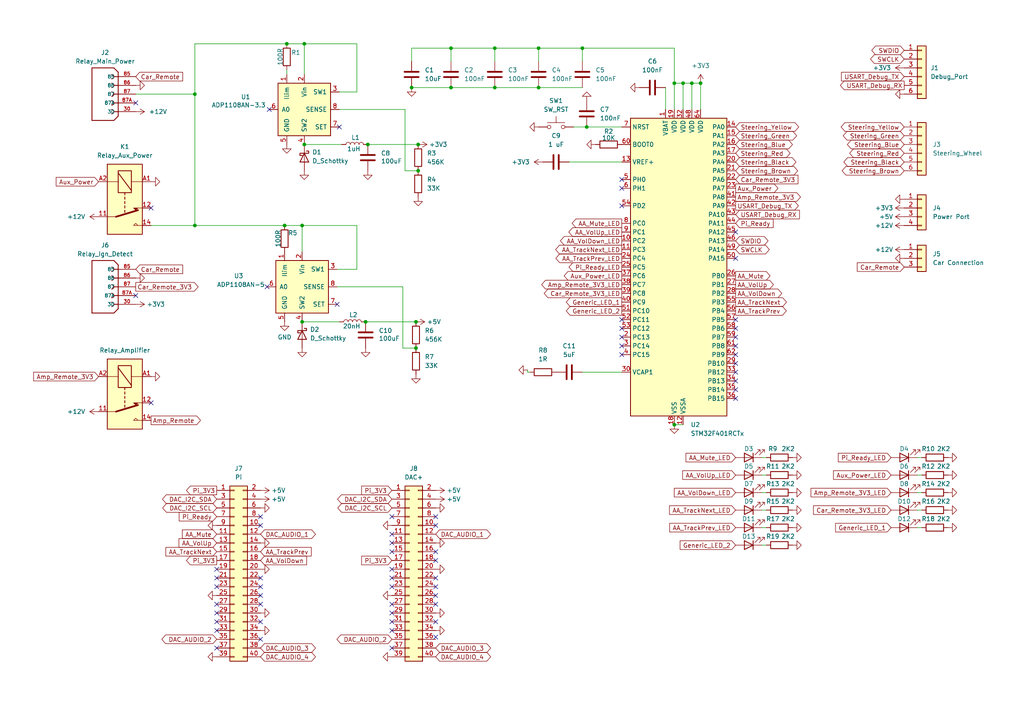
<source format=kicad_sch>
(kicad_sch (version 20230121) (generator eeschema)
  (paper "A4")
  (junction (at 198.12 24.13))
  (junction (at 121.285 41.91))
  (junction (at 203.2 24.13))
  (junction (at 83.185 12.7))
  (junction (at 200.66 24.13))
  (junction (at 87.63 65.405))
  (junction (at 88.265 12.7))
  (junction (at 120.65 100.965))
  (junction (at 119.38 25.4))
  (junction (at 195.58 24.13))
  (junction (at 106.045 93.345))
  (junction (at 156.21 13.97))
  (junction (at 106.68 41.91))
  (junction (at 56.515 65.405))
  (junction (at 156.21 25.4))
  (junction (at 168.91 13.97))
  (junction (at 195.58 123.19))
  (junction (at 170.18 36.83))
  (junction (at 143.51 13.97))
  (junction (at 130.81 25.4))
  (junction (at 130.81 13.97))
  (junction (at 120.65 93.345))
  (junction (at 121.285 49.53))
  (junction (at 88.265 41.91))
  (junction (at 87.63 93.345))
  (junction (at 82.55 65.405))
  (junction (at 56.515 27.305))
  (junction (at 143.51 25.4))
  (no_connect (at 180.34 102.87))
  (no_connect (at 113.665 187.96))
  (no_connect (at 126.365 170.18))
  (no_connect (at 113.665 167.64))
  (no_connect (at 180.34 59.69))
  (no_connect (at 126.365 184.785))
  (no_connect (at 213.36 95.25))
  (no_connect (at 113.665 182.88))
  (no_connect (at 213.36 67.31))
  (no_connect (at 75.565 185.42))
  (no_connect (at 39.37 85.725))
  (no_connect (at 62.865 175.26))
  (no_connect (at 180.34 92.71))
  (no_connect (at 213.36 74.93))
  (no_connect (at 113.665 175.26))
  (no_connect (at 75.565 167.64))
  (no_connect (at 126.365 167.64))
  (no_connect (at 75.565 172.72))
  (no_connect (at 213.36 110.49))
  (no_connect (at 62.865 167.64))
  (no_connect (at 39.37 29.845))
  (no_connect (at 180.34 100.33))
  (no_connect (at 180.34 97.79))
  (no_connect (at 77.47 83.185))
  (no_connect (at 43.815 60.325))
  (no_connect (at 126.365 175.26))
  (no_connect (at 113.665 177.8))
  (no_connect (at 213.36 97.79))
  (no_connect (at 126.365 160.02))
  (no_connect (at 213.36 107.95))
  (no_connect (at 62.865 187.96))
  (no_connect (at 126.365 162.56))
  (no_connect (at 180.34 52.07))
  (no_connect (at 113.665 157.48))
  (no_connect (at 78.105 31.75))
  (no_connect (at 113.665 160.02))
  (no_connect (at 62.865 170.18))
  (no_connect (at 126.365 172.72))
  (no_connect (at 98.425 36.83))
  (no_connect (at 75.565 152.4))
  (no_connect (at 213.36 113.03))
  (no_connect (at 180.34 54.61))
  (no_connect (at 43.815 116.84))
  (no_connect (at 62.865 177.8))
  (no_connect (at 213.36 100.33))
  (no_connect (at 62.865 182.88))
  (no_connect (at 75.565 149.86))
  (no_connect (at 62.865 180.34))
  (no_connect (at 213.36 102.87))
  (no_connect (at 113.665 154.94))
  (no_connect (at 75.565 170.18))
  (no_connect (at 75.565 175.26))
  (no_connect (at 113.665 180.34))
  (no_connect (at 75.565 180.34))
  (no_connect (at 113.665 165.1))
  (no_connect (at 180.34 95.25))
  (no_connect (at 126.365 180.34))
  (no_connect (at 126.365 149.86))
  (no_connect (at 213.36 105.41))
  (no_connect (at 113.665 149.86))
  (no_connect (at 97.79 88.265))
  (no_connect (at 62.865 165.1))
  (no_connect (at 126.365 152.4))
  (no_connect (at 213.36 92.71))
  (no_connect (at 113.665 170.18))
  (no_connect (at 213.36 115.57))
  (wire (pts (xy 195.58 24.13) (xy 195.58 13.97)))
  (wire (pts (xy 195.58 31.75) (xy 195.58 24.13)))
  (wire (pts (xy 103.505 65.405) (xy 87.63 65.405)))
  (wire (pts (xy 56.515 65.405) (xy 82.55 65.405)))
  (wire (pts (xy 130.81 13.97) (xy 143.51 13.97)))
  (wire (pts (xy 143.51 25.4) (xy 156.21 25.4)))
  (wire (pts (xy 200.66 24.13) (xy 203.2 24.13)))
  (wire (pts (xy 193.04 25.4) (xy 193.04 31.75)))
  (wire (pts (xy 87.63 73.025) (xy 87.63 65.405)))
  (wire (pts (xy 222.25 147.955) (xy 220.98 147.955)))
  (wire (pts (xy 83.185 21.59) (xy 83.185 20.32)))
  (wire (pts (xy 88.265 41.91) (xy 99.06 41.91)))
  (wire (pts (xy 220.98 158.115) (xy 222.25 158.115)))
  (wire (pts (xy 120.65 100.965) (xy 116.84 100.965)))
  (wire (pts (xy 56.515 27.305) (xy 56.515 65.405)))
  (wire (pts (xy 222.25 132.715) (xy 220.98 132.715)))
  (wire (pts (xy 200.66 24.13) (xy 200.66 31.75)))
  (wire (pts (xy 168.91 13.97) (xy 195.58 13.97)))
  (wire (pts (xy 266.065 153.035) (xy 267.335 153.035)))
  (wire (pts (xy 87.63 65.405) (xy 82.55 65.405)))
  (wire (pts (xy 130.81 25.4) (xy 143.51 25.4)))
  (wire (pts (xy 267.335 132.715) (xy 266.065 132.715)))
  (wire (pts (xy 170.18 36.83) (xy 180.34 36.83)))
  (wire (pts (xy 56.515 12.7) (xy 56.515 27.305)))
  (wire (pts (xy 56.515 12.7) (xy 83.185 12.7)))
  (wire (pts (xy 168.91 107.95) (xy 180.34 107.95)))
  (wire (pts (xy 222.25 153.035) (xy 220.98 153.035)))
  (wire (pts (xy 117.475 31.75) (xy 98.425 31.75)))
  (wire (pts (xy 165.1 46.99) (xy 180.34 46.99)))
  (wire (pts (xy 56.515 65.405) (xy 43.815 65.405)))
  (wire (pts (xy 119.38 13.97) (xy 119.38 17.78)))
  (wire (pts (xy 116.84 83.185) (xy 116.84 100.965)))
  (wire (pts (xy 195.58 24.13) (xy 198.12 24.13)))
  (wire (pts (xy 266.065 147.955) (xy 267.335 147.955)))
  (wire (pts (xy 156.21 13.97) (xy 168.91 13.97)))
  (wire (pts (xy 222.25 142.875) (xy 220.98 142.875)))
  (wire (pts (xy 98.425 26.67) (xy 103.505 26.67)))
  (wire (pts (xy 106.045 93.345) (xy 120.65 93.345)))
  (wire (pts (xy 156.21 25.4) (xy 168.91 25.4)))
  (wire (pts (xy 222.25 137.795) (xy 220.98 137.795)))
  (wire (pts (xy 130.81 13.97) (xy 130.81 17.78)))
  (wire (pts (xy 103.505 26.67) (xy 103.505 12.7)))
  (wire (pts (xy 198.12 24.13) (xy 198.12 31.75)))
  (wire (pts (xy 119.38 25.4) (xy 130.81 25.4)))
  (wire (pts (xy 143.51 13.97) (xy 143.51 17.78)))
  (wire (pts (xy 153.035 107.95) (xy 153.67 107.95)))
  (wire (pts (xy 267.335 137.795) (xy 266.065 137.795)))
  (wire (pts (xy 97.79 78.105) (xy 103.505 78.105)))
  (wire (pts (xy 156.21 13.97) (xy 156.21 17.78)))
  (wire (pts (xy 83.185 12.7) (xy 88.265 12.7)))
  (wire (pts (xy 168.91 13.97) (xy 168.91 17.78)))
  (wire (pts (xy 143.51 13.97) (xy 156.21 13.97)))
  (wire (pts (xy 195.58 123.19) (xy 198.12 123.19)))
  (wire (pts (xy 39.37 27.305) (xy 56.515 27.305)))
  (wire (pts (xy 153.035 107.315) (xy 153.035 107.95)))
  (wire (pts (xy 87.63 93.345) (xy 98.425 93.345)))
  (wire (pts (xy 117.475 31.75) (xy 117.475 49.53)))
  (wire (pts (xy 103.505 12.7) (xy 88.265 12.7)))
  (wire (pts (xy 166.37 36.83) (xy 170.18 36.83)))
  (wire (pts (xy 103.505 78.105) (xy 103.505 65.405)))
  (wire (pts (xy 121.285 49.53) (xy 117.475 49.53)))
  (wire (pts (xy 203.2 24.13) (xy 203.2 31.75)))
  (wire (pts (xy 88.265 12.7) (xy 88.265 21.59)))
  (wire (pts (xy 106.68 41.91) (xy 121.285 41.91)))
  (wire (pts (xy 267.335 142.875) (xy 266.065 142.875)))
  (wire (pts (xy 119.38 13.97) (xy 130.81 13.97)))
  (wire (pts (xy 200.66 24.13) (xy 198.12 24.13)))
  (wire (pts (xy 116.84 83.185) (xy 97.79 83.185)))
  (global_label "Pi_3V3" (shape input) (at 113.665 162.56 180) (property "Intersheetrefs" "${INTERSHEET_REFS}" (effects hide)))
  (global_label "AA_VolUp_LED" (shape input) (at 213.36 137.795 180) (property "Intersheetrefs" "${INTERSHEET_REFS}" (effects hide)))
  (global_label "AA_TrackPrev_LED" (shape output) (at 180.34 74.93 180) (property "Intersheetrefs" "${INTERSHEET_REFS}" (effects hide)))
  (global_label "Pi_Ready" (shape input) (at 62.865 149.86 180) (property "Intersheetrefs" "${INTERSHEET_REFS}" (effects hide)))
  (global_label "DAC_I2C_SDA" (shape bidirectional) (at 113.665 144.78 180) (property "Intersheetrefs" "${INTERSHEET_REFS}" (effects hide)))
  (global_label "Amp_Remote_3V3" (shape output) (at 213.36 57.15 0) (property "Intersheetrefs" "${INTERSHEET_REFS}" (effects hide)))
  (global_label "DAC_AUDIO_3" (shape bidirectional) (at 126.365 187.96 0) (property "Intersheetrefs" "${INTERSHEET_REFS}" (effects hide)))
  (global_label "USART_Debug_RX" (shape input) (at 213.36 62.23 0) (property "Intersheetrefs" "${INTERSHEET_REFS}" (effects hide)))
  (global_label "AA_VolDown_LED" (shape input) (at 213.36 142.875 180) (property "Intersheetrefs" "${INTERSHEET_REFS}" (effects hide)))
  (global_label "Pi_3V3" (shape input) (at 113.665 142.24 180) (property "Intersheetrefs" "${INTERSHEET_REFS}" (effects hide)))
  (global_label "Aux_Power" (shape output) (at 213.36 54.61 0) (property "Intersheetrefs" "${INTERSHEET_REFS}" (effects hide)))
  (global_label "Steering_Brown" (shape bidirectional) (at 213.36 49.53 0) (property "Intersheetrefs" "${INTERSHEET_REFS}" (effects hide)))
  (global_label "DAC_I2C_SCL" (shape bidirectional) (at 62.865 147.32 180) (property "Intersheetrefs" "${INTERSHEET_REFS}" (effects hide)))
  (global_label "Amp_Remote" (shape output) (at 43.815 121.92 0) (property "Intersheetrefs" "${INTERSHEET_REFS}" (effects hide)))
  (global_label "Pi_Ready" (shape input) (at 213.36 64.77 0) (property "Intersheetrefs" "${INTERSHEET_REFS}" (effects hide)))
  (global_label "Steering_Blue" (shape bidirectional) (at 213.36 41.91 0) (property "Intersheetrefs" "${INTERSHEET_REFS}" (effects hide)))
  (global_label "AA_Mute_LED" (shape output) (at 180.34 64.77 180) (property "Intersheetrefs" "${INTERSHEET_REFS}" (effects hide)))
  (global_label "DAC_AUDIO_2" (shape bidirectional) (at 62.865 185.42 180) (property "Intersheetrefs" "${INTERSHEET_REFS}" (effects hide)))
  (global_label "Pi_3V3" (shape output) (at 62.865 142.24 180) (property "Intersheetrefs" "${INTERSHEET_REFS}" (effects hide)))
  (global_label "AA_TrackPrev_LED" (shape input) (at 213.36 153.035 180) (property "Intersheetrefs" "${INTERSHEET_REFS}" (effects hide)))
  (global_label "Steering_Brown" (shape bidirectional) (at 262.255 49.53 180) (property "Intersheetrefs" "${INTERSHEET_REFS}" (effects hide)))
  (global_label "Car_Remote" (shape input) (at 39.37 22.225 0) (property "Intersheetrefs" "${INTERSHEET_REFS}" (effects hide)))
  (global_label "DAC_I2C_SCL" (shape bidirectional) (at 113.665 147.32 180) (property "Intersheetrefs" "${INTERSHEET_REFS}" (effects hide)))
  (global_label "AA_TrackPrev" (shape output) (at 213.36 90.17 0) (property "Intersheetrefs" "${INTERSHEET_REFS}" (effects hide)))
  (global_label "Steering_Red" (shape bidirectional) (at 262.255 44.45 180) (property "Intersheetrefs" "${INTERSHEET_REFS}" (effects hide)))
  (global_label "SWCLK" (shape bidirectional) (at 262.255 17.145 180) (property "Intersheetrefs" "${INTERSHEET_REFS}" (effects hide)))
  (global_label "Generic_LED_1" (shape output) (at 180.34 87.63 180) (property "Intersheetrefs" "${INTERSHEET_REFS}" (effects hide)))
  (global_label "Amp_Remote_3V3" (shape input) (at 28.575 109.22 180) (property "Intersheetrefs" "${INTERSHEET_REFS}" (effects hide)))
  (global_label "AA_VolDown" (shape output) (at 213.36 85.09 0) (property "Intersheetrefs" "${INTERSHEET_REFS}" (effects hide)))
  (global_label "DAC_AUDIO_3" (shape bidirectional) (at 75.565 187.96 0) (property "Intersheetrefs" "${INTERSHEET_REFS}" (effects hide)))
  (global_label "AA_Mute" (shape input) (at 62.865 154.94 180) (property "Intersheetrefs" "${INTERSHEET_REFS}" (effects hide)))
  (global_label "AA_VolUp_LED" (shape output) (at 180.34 67.31 180) (property "Intersheetrefs" "${INTERSHEET_REFS}" (effects hide)))
  (global_label "DAC_AUDIO_2" (shape bidirectional) (at 113.665 185.42 180) (property "Intersheetrefs" "${INTERSHEET_REFS}" (effects hide)))
  (global_label "Aux_Power_LED" (shape input) (at 258.445 137.795 180) (property "Intersheetrefs" "${INTERSHEET_REFS}" (effects hide)))
  (global_label "USART_Debug_TX" (shape output) (at 213.36 59.69 0) (property "Intersheetrefs" "${INTERSHEET_REFS}" (effects hide)))
  (global_label "Car_Remote" (shape input) (at 39.37 78.105 0) (property "Intersheetrefs" "${INTERSHEET_REFS}" (effects hide)))
  (global_label "SWDIO" (shape bidirectional) (at 213.36 69.85 0) (property "Intersheetrefs" "${INTERSHEET_REFS}" (effects hide)))
  (global_label "Steering_Green" (shape bidirectional) (at 213.36 39.37 0) (property "Intersheetrefs" "${INTERSHEET_REFS}" (effects hide)))
  (global_label "DAC_AUDIO_4" (shape bidirectional) (at 75.565 190.5 0) (property "Intersheetrefs" "${INTERSHEET_REFS}" (effects hide)))
  (global_label "DAC_I2C_SDA" (shape bidirectional) (at 62.865 144.78 180) (property "Intersheetrefs" "${INTERSHEET_REFS}" (effects hide)))
  (global_label "AA_Mute" (shape output) (at 213.36 80.01 0) (property "Intersheetrefs" "${INTERSHEET_REFS}" (effects hide)))
  (global_label "AA_VolUp" (shape input) (at 62.865 157.48 180) (property "Intersheetrefs" "${INTERSHEET_REFS}" (effects hide)))
  (global_label "Pi_Ready_LED" (shape input) (at 258.445 132.715 180) (property "Intersheetrefs" "${INTERSHEET_REFS}" (effects hide)))
  (global_label "SWDIO" (shape bidirectional) (at 262.255 14.605 180) (property "Intersheetrefs" "${INTERSHEET_REFS}" (effects hide)))
  (global_label "USART_Debug_TX" (shape input) (at 262.255 22.225 180) (property "Intersheetrefs" "${INTERSHEET_REFS}" (effects hide)))
  (global_label "Steering_Green" (shape bidirectional) (at 262.255 39.37 180) (property "Intersheetrefs" "${INTERSHEET_REFS}" (effects hide)))
  (global_label "Steering_Yellow" (shape bidirectional) (at 262.255 36.83 180) (property "Intersheetrefs" "${INTERSHEET_REFS}" (effects hide)))
  (global_label "Car_Remote" (shape input) (at 262.255 77.47 180) (property "Intersheetrefs" "${INTERSHEET_REFS}" (effects hide)))
  (global_label "AA_TrackNext_LED" (shape input) (at 213.36 147.955 180) (property "Intersheetrefs" "${INTERSHEET_REFS}" (effects hide)))
  (global_label "AA_TrackNext" (shape input) (at 62.865 160.02 180) (property "Intersheetrefs" "${INTERSHEET_REFS}" (effects hide)))
  (global_label "Car_Remote_3V3" (shape output) (at 39.37 83.185 0) (property "Intersheetrefs" "${INTERSHEET_REFS}" (effects hide)))
  (global_label "AA_VolUp" (shape output) (at 213.36 82.55 0) (property "Intersheetrefs" "${INTERSHEET_REFS}" (effects hide)))
  (global_label "Amp_Remote_3V3_LED" (shape output) (at 180.34 82.55 180) (property "Intersheetrefs" "${INTERSHEET_REFS}" (effects hide)))
  (global_label "AA_VolDown" (shape input) (at 75.565 162.56 0) (property "Intersheetrefs" "${INTERSHEET_REFS}" (effects hide)))
  (global_label "Car_Remote_3V3_LED" (shape input) (at 258.445 147.955 180) (property "Intersheetrefs" "${INTERSHEET_REFS}" (effects hide)))
  (global_label "Pi_Ready_LED" (shape output) (at 180.34 77.47 180) (property "Intersheetrefs" "${INTERSHEET_REFS}" (effects hide)))
  (global_label "DAC_AUDIO_1" (shape bidirectional) (at 126.365 154.94 0) (property "Intersheetrefs" "${INTERSHEET_REFS}" (effects hide)))
  (global_label "Steering_Black" (shape bidirectional) (at 213.36 46.99 0) (property "Intersheetrefs" "${INTERSHEET_REFS}" (effects hide)))
  (global_label "Generic_LED_2" (shape input) (at 213.36 158.115 180) (property "Intersheetrefs" "${INTERSHEET_REFS}" (effects hide)))
  (global_label "AA_VolDown_LED" (shape output) (at 180.34 69.85 180) (property "Intersheetrefs" "${INTERSHEET_REFS}" (effects hide)))
  (global_label "Steering_Yellow" (shape bidirectional) (at 213.36 36.83 0) (property "Intersheetrefs" "${INTERSHEET_REFS}" (effects hide)))
  (global_label "AA_TrackPrev" (shape input) (at 75.565 160.02 0) (property "Intersheetrefs" "${INTERSHEET_REFS}" (effects hide)))
  (global_label "Steering_Blue" (shape bidirectional) (at 262.255 41.91 180) (property "Intersheetrefs" "${INTERSHEET_REFS}" (effects hide)))
  (global_label "SWCLK" (shape bidirectional) (at 213.36 72.39 0) (property "Intersheetrefs" "${INTERSHEET_REFS}" (effects hide)))
  (global_label "Generic_LED_1" (shape input) (at 258.445 153.035 180) (property "Intersheetrefs" "${INTERSHEET_REFS}" (effects hide)))
  (global_label "AA_Mute_LED" (shape input) (at 213.36 132.715 180) (property "Intersheetrefs" "${INTERSHEET_REFS}" (effects hide)))
  (global_label "Aux_Power_LED" (shape output) (at 180.34 80.01 180) (property "Intersheetrefs" "${INTERSHEET_REFS}" (effects hide)))
  (global_label "Steering_Black" (shape bidirectional) (at 262.255 46.99 180) (property "Intersheetrefs" "${INTERSHEET_REFS}" (effects hide)))
  (global_label "Generic_LED_2" (shape output) (at 180.34 90.17 180) (property "Intersheetrefs" "${INTERSHEET_REFS}" (effects hide)))
  (global_label "Car_Remote_3V3" (shape input) (at 213.36 52.07 0) (property "Intersheetrefs" "${INTERSHEET_REFS}" (effects hide)))
  (global_label "Aux_Power" (shape input) (at 28.575 52.705 180) (property "Intersheetrefs" "${INTERSHEET_REFS}" (effects hide)))
  (global_label "DAC_AUDIO_1" (shape bidirectional) (at 75.565 154.94 0) (property "Intersheetrefs" "${INTERSHEET_REFS}" (effects hide)))
  (global_label "Amp_Remote_3V3_LED" (shape input) (at 258.445 142.875 180) (property "Intersheetrefs" "${INTERSHEET_REFS}" (effects hide)))
  (global_label "DAC_AUDIO_4" (shape bidirectional) (at 126.365 190.5 0) (property "Intersheetrefs" "${INTERSHEET_REFS}" (effects hide)))
  (global_label "Steering_Red" (shape bidirectional) (at 213.36 44.45 0) (property "Intersheetrefs" "${INTERSHEET_REFS}" (effects hide)))
  (global_label "Pi_3V3" (shape output) (at 62.865 162.56 180) (property "Intersheetrefs" "${INTERSHEET_REFS}" (effects hide)))
  (global_label "USART_Debug_RX" (shape output) (at 262.255 24.765 180) (property "Intersheetrefs" "${INTERSHEET_REFS}" (effects hide)))
  (global_label "AA_TrackNext" (shape output) (at 213.36 87.63 0) (property "Intersheetrefs" "${INTERSHEET_REFS}" (effects hide)))
  (global_label "Car_Remote_3V3_LED" (shape output) (at 180.34 85.09 180) (property "Intersheetrefs" "${INTERSHEET_REFS}" (effects hide)))
  (global_label "AA_TrackNext_LED" (shape output) (at 180.34 72.39 180) (property "Intersheetrefs" "${INTERSHEET_REFS}" (effects hide)))
  (symbol (lib_id "power:GND") (at 229.87 147.955 90) (unit 1)
    (property "Reference" "#PWR048" (effects hide))
    (property "Value" "GND" (effects hide))
  )
  (symbol (lib_id "power:+5V") (at 262.255 62.865 90) (unit 1)
    (property "Reference" "#PWR021" (effects hide))
    (property "Value" "+5V" (at 259.08 62.865 90) (effects (justify left)))
  )
  (symbol (lib_id "Device:LED") (at 217.17 137.795 180) (unit 1)
    (property "Reference" "D5" (at 217.17 135.255 0))
    (property "Value" "LED" (effects hide))
    (property "Footprint" "LED_SMD:LED_0603_1608Metric" (effects hide))
  )
  (symbol (lib_id "Device:C") (at 189.23 25.4 90) (unit 1)
    (property "Reference" "C6" (at 189.23 17.78 90))
    (property "Value" "100nF" (at 189.23 20.32 90))
    (property "Footprint" "Capacitor_SMD:C_0402_1005Metric" (effects hide))
  )
  (symbol (lib_id "power:GND") (at 126.365 177.8 90) (unit 1)
    (property "Reference" "#PWR062" (effects hide))
    (property "Value" "GND" (effects hide))
  )
  (symbol (lib_id "Device:R") (at 157.48 107.95 90) (unit 1)
    (property "Reference" "R8" (at 157.48 101.6 90))
    (property "Value" "1R" (at 157.48 104.14 90))
    (property "Footprint" "Resistor_SMD:R_0402_1005Metric" (effects hide))
  )
  (symbol (lib_id "Device:R") (at 226.06 153.035 90) (unit 1)
    (property "Reference" "R17" (at 224.155 150.495 90))
    (property "Value" "2K2" (at 228.6 150.495 90))
    (property "Footprint" "Resistor_SMD:R_0402_1005Metric" (effects hide))
  )
  (symbol (lib_id "Device:D_Schottky") (at 87.63 97.155 270) (unit 1)
    (property "Reference" "D2" (at 89.916 95.5675 90) (effects (justify left)))
    (property "Value" "D_Schottky" (at 89.916 98.1075 90) (effects (justify left)))
    (property "Footprint" "Diode_SMD:D_0603_1608Metric" (effects hide))
  )
  (symbol (lib_id "Device:C") (at 170.18 33.02 0) (unit 1)
    (property "Reference" "C7" (at 173.99 31.75 0) (effects (justify left)))
    (property "Value" "100nF" (at 173.99 34.29 0) (effects (justify left)))
    (property "Footprint" "Capacitor_SMD:C_0402_1005Metric" (effects hide))
  )
  (symbol (lib_id "power:GND") (at 229.87 153.035 90) (unit 1)
    (property "Reference" "#PWR052" (effects hide))
    (property "Value" "GND" (effects hide))
  )
  (symbol (lib_id "power:GND") (at 274.955 147.955 90) (unit 1)
    (property "Reference" "#PWR049" (effects hide))
    (property "Value" "GND" (effects hide))
  )
  (symbol (lib_id "power:+5V") (at 126.365 144.78 270) (unit 1)
    (property "Reference" "#PWR045" (effects hide))
    (property "Value" "+5V" (at 129.54 144.78 90) (effects (justify left)))
  )
  (symbol (lib_id "power:+5V") (at 126.365 142.24 270) (unit 1)
    (property "Reference" "#PWR041" (effects hide))
    (property "Value" "+5V" (at 129.54 142.24 90) (effects (justify left)))
  )
  (symbol (lib_id "power:GND") (at 274.955 153.035 90) (unit 1)
    (property "Reference" "#PWR053" (effects hide))
    (property "Value" "GND" (effects hide))
  )
  (symbol (lib_id "Device:C") (at 119.38 21.59 0) (unit 1)
    (property "Reference" "C1" (at 123.19 20.32 0) (effects (justify left)))
    (property "Value" "10uF" (at 123.19 22.86 0) (effects (justify left)))
    (property "Footprint" "Capacitor_SMD:C_0603_1608Metric" (effects hide))
  )
  (symbol (lib_id "power:GND") (at 87.63 100.965 0) (unit 1)
    (property "Reference" "#PWR029" (effects hide))
    (property "Value" "GND" (effects hide))
  )
  (symbol (lib_id "power:GND") (at 82.55 93.345 0) (unit 1)
    (property "Reference" "#PWR027" (effects hide))
    (property "Value" "GND" (at 82.55 97.79 0))
  )
  (symbol (lib_id "power:GND") (at 62.865 190.5 270) (unit 1)
    (property "Reference" "#PWR065" (effects hide))
    (property "Value" "GND" (effects hide))
  )
  (symbol (lib_id "power:GND") (at 170.18 29.21 180) (unit 1)
    (property "Reference" "#PWR07" (effects hide))
    (property "Value" "GND" (effects hide))
  )
  (symbol (lib_id "power:GND") (at 106.045 100.965 0) (unit 1)
    (property "Reference" "#PWR030" (effects hide))
    (property "Value" "GND" (effects hide))
  )
  (symbol (lib_id "MCU_ST_STM32F4:STM32F401RCTx") (at 195.58 77.47 0) (unit 1)
    (property "Reference" "U2" (at 200.3141 123.19 0) (effects (justify left)))
    (property "Value" "STM32F401RCTx" (at 200.3141 125.73 0) (effects (justify left)))
    (property "Footprint" "Package_QFP:LQFP-64_10x10mm_P0.5mm" (effects hide))
    (property "Datasheet" "https://www.st.com/resource/en/datasheet/stm32f401rc.pdf" (effects hide))
  )
  (symbol (lib_id "Device:LED") (at 262.255 137.795 180) (unit 1)
    (property "Reference" "D6" (at 262.255 135.255 0))
    (property "Value" "LED" (effects hide))
    (property "Footprint" "LED_SMD:LED_0603_1608Metric" (effects hide))
  )
  (symbol (lib_id "power:GND") (at 262.255 27.305 270) (unit 1)
    (property "Reference" "#PWR06" (effects hide))
    (property "Value" "GND" (effects hide))
  )
  (symbol (lib_id "Device:R") (at 226.06 142.875 90) (unit 1)
    (property "Reference" "R13" (at 224.155 140.335 90))
    (property "Value" "2K2" (at 228.6 140.335 90))
    (property "Footprint" "Resistor_SMD:R_0402_1005Metric" (effects hide))
  )
  (symbol (lib_id "Device:R") (at 83.185 16.51 0) (unit 1)
    (property "Reference" "R1" (at 84.455 15.24 0) (effects (justify left)))
    (property "Value" "100R" (at 81.28 19.05 90) (effects (justify left)))
    (property "Footprint" "Resistor_SMD:R_0402_1005Metric" (effects hide))
  )
  (symbol (lib_id "Device:R") (at 82.55 69.215 0) (unit 1)
    (property "Reference" "R5" (at 83.566 67.564 0) (effects (justify left)))
    (property "Value" "100R" (at 80.645 71.755 90) (effects (justify left)))
    (property "Footprint" "Resistor_SMD:R_0402_1005Metric" (effects hide))
  )
  (symbol (lib_id "Device:R") (at 271.145 142.875 90) (unit 1)
    (property "Reference" "R14" (at 269.24 140.335 90))
    (property "Value" "2K2" (at 273.685 140.335 90))
    (property "Footprint" "Resistor_SMD:R_0402_1005Metric" (effects hide))
  )
  (symbol (lib_id "Device:LED") (at 217.17 147.955 180) (unit 1)
    (property "Reference" "D9" (at 217.17 145.415 0))
    (property "Value" "LED" (effects hide))
    (property "Footprint" "LED_SMD:LED_0603_1608Metric" (effects hide))
  )
  (symbol (lib_id "Device:C") (at 106.68 45.72 0) (unit 1)
    (property "Reference" "C8" (at 110.49 44.45 0) (effects (justify left)))
    (property "Value" "100uF" (at 110.49 46.736 0) (effects (justify left)))
    (property "Footprint" "Capacitor_SMD:C_1206_3216Metric" (effects hide))
  )
  (symbol (lib_id "power:GND") (at 120.65 108.585 0) (unit 1)
    (property "Reference" "#PWR032" (effects hide))
    (property "Value" "GND" (effects hide))
  )
  (symbol (lib_id "power:GND") (at 62.865 172.72 270) (unit 1)
    (property "Reference" "#PWR059" (effects hide))
    (property "Value" "GND" (effects hide))
  )
  (symbol (lib_id "Device:C") (at 130.81 21.59 0) (unit 1)
    (property "Reference" "C2" (at 134.62 20.32 0) (effects (justify left)))
    (property "Value" "100nF" (at 134.62 22.86 0) (effects (justify left)))
    (property "Footprint" "Capacitor_SMD:C_0402_1005Metric" (effects hide))
  )
  (symbol (lib_id "Device:C") (at 143.51 21.59 0) (unit 1)
    (property "Reference" "C3" (at 147.32 20.32 0) (effects (justify left)))
    (property "Value" "100nF" (at 147.32 22.86 0) (effects (justify left)))
    (property "Footprint" "Capacitor_SMD:C_0402_1005Metric" (effects hide))
  )
  (symbol (lib_id "power:GND") (at 113.665 190.5 270) (unit 1)
    (property "Reference" "#PWR066" (effects hide))
    (property "Value" "GND" (effects hide))
  )
  (symbol (lib_id "power:GND") (at 156.21 36.83 270) (unit 1)
    (property "Reference" "#PWR09" (effects hide))
    (property "Value" "GND" (effects hide))
  )
  (symbol (lib_id "Device:C") (at 165.1 107.95 270) (unit 1)
    (property "Reference" "C11" (at 165.1 100.33 90))
    (property "Value" "5uF" (at 165.1 102.87 90))
    (property "Footprint" "Capacitor_SMD:C_0603_1608Metric" (effects hide))
  )
  (symbol (lib_id "Connector_Generic:Conn_01x04") (at 267.335 60.325 0) (unit 1)
    (property "Reference" "J4" (at 270.51 60.325 0) (effects (justify left)))
    (property "Value" "Power Port" (at 270.51 62.865 0) (effects (justify left)))
    (property "Footprint" "Connector_PinHeader_2.54mm:PinHeader_1x04_P2.54mm_Vertical" (effects hide))
  )
  (symbol (lib_id "power:GND") (at 121.285 57.15 0) (unit 1)
    (property "Reference" "#PWR017" (effects hide))
    (property "Value" "GND" (effects hide))
  )
  (symbol (lib_id "power:+3V3") (at 203.2 24.13 0) (unit 1)
    (property "Reference" "#PWR02" (effects hide))
    (property "Value" "+3V3" (at 203.2 19.05 0))
  )
  (symbol (lib_id "Device:C") (at 161.29 46.99 270) (unit 1)
    (property "Reference" "C9" (at 161.29 39.37 90))
    (property "Value" "1 uF" (at 161.29 41.91 90))
    (property "Footprint" "Capacitor_SMD:C_0402_1005Metric" (effects hide))
  )
  (symbol (lib_id "Regulator_Switching:ADP1108AN-3.3") (at 88.265 31.75 0) (unit 1)
    (property "Reference" "U1" (at 71.247 28.1021 0))
    (property "Value" "ADP1108AN-3.3" (at 69.215 30.48 0))
    (property "Footprint" "Package_DIP:DIP-8_W7.62mm" (effects hide))
    (property "Datasheet" "https://www.analog.com/media/en/technical-documentation/data-sheets/ADP1108.pdf" (effects hide))
  )
  (symbol (lib_id "power:+5V") (at 75.565 142.24 270) (unit 1)
    (property "Reference" "#PWR040" (effects hide))
    (property "Value" "+5V" (at 78.74 142.24 90) (effects (justify left)))
  )
  (symbol (lib_id "power:GND") (at 153.035 107.315 270) (unit 1)
    (property "Reference" "#PWR031" (effects hide))
    (property "Value" "GND" (effects hide))
  )
  (symbol (lib_id "power:+12V") (at 262.255 72.39 90) (unit 1)
    (property "Reference" "#PWR023" (effects hide))
    (property "Value" "+12V" (at 259.08 72.39 90) (effects (justify left)))
  )
  (symbol (lib_id "Device:D_Schottky") (at 88.265 45.72 270) (unit 1)
    (property "Reference" "D1" (at 90.551 44.1325 90) (effects (justify left)))
    (property "Value" "D_Schottky" (at 90.551 46.6725 90) (effects (justify left)))
    (property "Footprint" "Diode_SMD:D_0603_1608Metric" (effects hide))
  )
  (symbol (lib_id "power:GND") (at 229.87 158.115 90) (unit 1)
    (property "Reference" "#PWR056" (effects hide))
    (property "Value" "GND" (effects hide))
  )
  (symbol (lib_id "Connector_Generic:Conn_01x06") (at 267.335 41.91 0) (unit 1)
    (property "Reference" "J3" (at 270.51 41.91 0) (effects (justify left)))
    (property "Value" "Steering_Wheel" (at 270.51 44.45 0) (effects (justify left)))
    (property "Footprint" "Connector_PinHeader_2.54mm:PinHeader_1x06_P2.54mm_Vertical" (effects hide))
  )
  (symbol (lib_id "Device:C") (at 106.045 97.155 0) (unit 1)
    (property "Reference" "C10" (at 109.855 95.885 0) (effects (justify left)))
    (property "Value" "100uF" (at 109.855 98.171 0) (effects (justify left)))
    (property "Footprint" "Capacitor_SMD:C_1206_3216Metric" (effects hide))
  )
  (symbol (lib_id "power:+12V") (at 28.575 119.38 90) (unit 1)
    (property "Reference" "#PWR034" (effects hide))
    (property "Value" "+12V" (at 24.765 119.38 90) (effects (justify left)))
  )
  (symbol (lib_id "power:+12V") (at 39.37 32.385 270) (unit 1)
    (property "Reference" "#PWR08" (effects hide))
    (property "Value" "+12V" (at 43.18 32.385 90) (effects (justify left)))
  )
  (symbol (lib_id "power:+3V3") (at 39.37 88.265 270) (unit 1)
    (property "Reference" "#PWR026" (effects hide))
    (property "Value" "+3V3" (at 42.545 88.265 90) (effects (justify left)))
  )
  (symbol (lib_id "power:+3V3") (at 121.285 41.91 270) (unit 1)
    (property "Reference" "#PWR011" (effects hide))
    (property "Value" "+3V3" (at 124.46 41.91 90) (effects (justify left)))
  )
  (symbol (lib_id "power:GND") (at 43.815 52.705 90) (unit 1)
    (property "Reference" "#PWR016" (effects hide))
    (property "Value" "GND" (effects hide))
  )
  (symbol (lib_id "power:GND") (at 195.58 123.19 0) (unit 1)
    (property "Reference" "#PWR035" (effects hide))
    (property "Value" "GND" (effects hide))
  )
  (symbol (lib_id "power:GND") (at 229.87 137.795 90) (unit 1)
    (property "Reference" "#PWR038" (effects hide))
    (property "Value" "GND" (effects hide))
  )
  (symbol (lib_id "Device:LED") (at 262.255 142.875 180) (unit 1)
    (property "Reference" "D8" (at 262.255 140.335 0))
    (property "Value" "LED" (effects hide))
    (property "Footprint" "LED_SMD:LED_0603_1608Metric" (effects hide))
  )
  (symbol (lib_id "power:+5V") (at 120.65 93.345 270) (unit 1)
    (property "Reference" "#PWR028" (effects hide))
    (property "Value" "+5V" (at 123.825 93.345 90) (effects (justify left)))
  )
  (symbol (lib_id "power:+5V") (at 75.565 144.78 270) (unit 1)
    (property "Reference" "#PWR044" (effects hide))
    (property "Value" "+5V" (at 78.74 144.78 90) (effects (justify left)))
  )
  (symbol (lib_id "Regulator_Switching:ADP1108AN-5") (at 87.63 83.185 0) (unit 1)
    (property "Reference" "U3" (at 69.215 80.01 0))
    (property "Value" "ADP1108AN-5" (at 69.85 82.55 0))
    (property "Footprint" "Package_DIP:DIP-8_W7.62mm" (effects hide))
    (property "Datasheet" "https://www.analog.com/media/en/technical-documentation/data-sheets/ADP1108.pdf" (effects hide))
  )
  (symbol (lib_id "power:GND") (at 75.565 157.48 90) (unit 1)
    (property "Reference" "#PWR054" (effects hide))
    (property "Value" "GND" (effects hide))
  )
  (symbol (lib_id "power:+12V") (at 28.575 62.865 90) (unit 1)
    (property "Reference" "#PWR020" (effects hide))
    (property "Value" "+12V" (at 24.765 62.865 90) (effects (justify left)))
  )
  (symbol (lib_id "Device:R") (at 226.06 158.115 90) (unit 1)
    (property "Reference" "R19" (at 224.155 155.575 90))
    (property "Value" "2K2" (at 228.6 155.575 90))
    (property "Footprint" "Resistor_SMD:R_0402_1005Metric" (effects hide))
  )
  (symbol (lib_id "power:GND") (at 113.665 172.72 270) (unit 1)
    (property "Reference" "#PWR060" (effects hide))
    (property "Value" "GND" (effects hide))
  )
  (symbol (lib_id "power:GND") (at 62.865 152.4 270) (unit 1)
    (property "Reference" "#PWR050" (effects hide))
    (property "Value" "GND" (effects hide))
  )
  (symbol (lib_id "VCF4-1000:VCF4-1000") (at 34.29 83.185 0) (unit 1)
    (property "Reference" "J6" (at 30.48 71.12 0))
    (property "Value" "Relay_Ign_Detect" (at 30.48 73.66 0))
    (property "Footprint" "external_symbols:TE_VCF4-1000" (effects hide))
    (property "Comment" "1393310-3" (effects hide))
    (property "MF" "TE Connectivity" (effects hide))
    (property "MAXIMUM_PACKAGE_HEIGHT" "14.5 mm" (effects hide))
    (property "Package" "None" (effects hide))
    (property "Price" "None" (effects hide))
    (property "Check_prices" "https://www.snapeda.com/parts/VCF4-1000/TE+Connectivity+Potter+%2526+Brumfield+Relays/view-part/?ref=eda" (effects hide))
    (property "STANDARD" "Manufacturer Recommendations" (effects hide))
    (property "PARTREV" "B" (effects hide))
    (property "SnapEDA_Link" "https://www.snapeda.com/parts/VCF4-1000/TE+Connectivity+Potter+%2526+Brumfield+Relays/view-part/?ref=snap" (effects hide))
    (property "MP" "VCF4-1000" (effects hide))
    (property "Purchase-URL" "https://www.snapeda.com/api/url_track_click_mouser/?unipart_id=125589&manufacturer=TE Connectivity&part_name=VCF4-1000&search_term=None" (effects hide))
    (property "Description" "\nSocket, Relay; PCB, VTF Series, 1 Pole, Quick-Connect, w/o Grounding Provision\n" (effects hide))
    (property "Availability" "In Stock" (effects hide))
    (property "MANUFACTURER" "TE Connectivity" (effects hide))
  )
  (symbol (lib_id "Device:C") (at 168.91 21.59 0) (unit 1)
    (property "Reference" "C5" (at 172.72 20.32 0) (effects (justify left)))
    (property "Value" "100nF" (at 172.72 22.86 0) (effects (justify left)))
    (property "Footprint" "Capacitor_SMD:C_0402_1005Metric" (effects hide))
  )
  (symbol (lib_id "power:GND") (at 39.37 80.645 90) (unit 1)
    (property "Reference" "#PWR025" (effects hide))
    (property "Value" "GND" (effects hide))
  )
  (symbol (lib_id "Device:R") (at 271.145 132.715 90) (unit 1)
    (property "Reference" "R10" (at 269.24 130.175 90))
    (property "Value" "2K2" (at 273.685 130.175 90))
    (property "Footprint" "Resistor_SMD:R_0402_1005Metric" (effects hide))
  )
  (symbol (lib_id "power:GND") (at 126.365 182.88 90) (unit 1)
    (property "Reference" "#PWR064" (effects hide))
    (property "Value" "GND" (effects hide))
  )
  (symbol (lib_id "power:GND") (at 75.565 165.1 90) (unit 1)
    (property "Reference" "#PWR057" (effects hide))
    (property "Value" "GND" (effects hide))
  )
  (symbol (lib_id "Switch:SW_Push") (at 161.29 36.83 0) (unit 1)
    (property "Reference" "SW1" (at 161.29 29.21 0))
    (property "Value" "SW_RST" (at 161.29 31.75 0))
    (property "Footprint" "Button_Switch_SMD:SW_Push_1P1T_NO_CK_KSC7xxJ" (effects hide))
  )
  (symbol (lib_id "VCF4-1000:VCF4-1000") (at 34.29 27.305 0) (unit 1)
    (property "Reference" "J2" (at 30.48 15.24 0))
    (property "Value" "Relay_Main_Power" (at 30.48 17.78 0))
    (property "Footprint" "external_symbols:TE_VCF4-1000" (effects hide))
    (property "Comment" "1393310-3" (effects hide))
    (property "MF" "TE Connectivity" (effects hide))
    (property "MAXIMUM_PACKAGE_HEIGHT" "14.5 mm" (effects hide))
    (property "Package" "None" (effects hide))
    (property "Price" "None" (effects hide))
    (property "Check_prices" "https://www.snapeda.com/parts/VCF4-1000/TE+Connectivity+Potter+%2526+Brumfield+Relays/view-part/?ref=eda" (effects hide))
    (property "STANDARD" "Manufacturer Recommendations" (effects hide))
    (property "PARTREV" "B" (effects hide))
    (property "SnapEDA_Link" "https://www.snapeda.com/parts/VCF4-1000/TE+Connectivity+Potter+%2526+Brumfield+Relays/view-part/?ref=snap" (effects hide))
    (property "MP" "VCF4-1000" (effects hide))
    (property "Purchase-URL" "https://www.snapeda.com/api/url_track_click_mouser/?unipart_id=125589&manufacturer=TE Connectivity&part_name=VCF4-1000&search_term=None" (effects hide))
    (property "Description" "\nSocket, Relay; PCB, VTF Series, 1 Pole, Quick-Connect, w/o Grounding Provision\n" (effects hide))
    (property "Availability" "In Stock" (effects hide))
    (property "MANUFACTURER" "TE Connectivity" (effects hide))
  )
  (symbol (lib_id "power:GND") (at 172.72 41.91 270) (unit 1)
    (property "Reference" "#PWR012" (effects hide))
    (property "Value" "GND" (effects hide))
  )
  (symbol (lib_id "power:GND") (at 126.365 165.1 90) (unit 1)
    (property "Reference" "#PWR058" (effects hide))
    (property "Value" "GND" (effects hide))
  )
  (symbol (lib_id "Device:LED") (at 217.17 132.715 180) (unit 1)
    (property "Reference" "D3" (at 217.17 130.175 0))
    (property "Value" "LED" (effects hide))
    (property "Footprint" "LED_SMD:LED_0603_1608Metric" (effects hide))
  )
  (symbol (lib_id "Device:R") (at 120.65 97.155 0) (unit 1)
    (property "Reference" "R6" (at 123.19 95.885 0) (effects (justify left)))
    (property "Value" "456K" (at 123.19 98.425 0) (effects (justify left)))
    (property "Footprint" "Resistor_SMD:R_0402_1005Metric" (effects hide))
  )
  (symbol (lib_id "Device:R") (at 271.145 153.035 90) (unit 1)
    (property "Reference" "R18" (at 269.24 150.495 90))
    (property "Value" "2K2" (at 273.685 150.495 90))
    (property "Footprint" "Resistor_SMD:R_0402_1005Metric" (effects hide))
  )
  (symbol (lib_id "Device:LED") (at 262.255 132.715 180) (unit 1)
    (property "Reference" "D4" (at 262.255 130.175 0))
    (property "Value" "LED" (effects hide))
    (property "Footprint" "LED_SMD:LED_0603_1608Metric" (effects hide))
  )
  (symbol (lib_id "power:GND") (at 262.255 74.93 270) (unit 1)
    (property "Reference" "#PWR024" (effects hide))
    (property "Value" "GND" (effects hide))
  )
  (symbol (lib_id "power:GND") (at 185.42 25.4 270) (unit 1)
    (property "Reference" "#PWR05" (effects hide))
    (property "Value" "GND" (effects hide))
  )
  (symbol (lib_id "power:GND") (at 83.185 41.91 0) (unit 1)
    (property "Reference" "#PWR010" (effects hide))
    (property "Value" "GND" (effects hide))
  )
  (symbol (lib_id "Device:R") (at 120.65 104.775 0) (unit 1)
    (property "Reference" "R7" (at 123.19 103.505 0) (effects (justify left)))
    (property "Value" "33K" (at 123.19 106.045 0) (effects (justify left)))
    (property "Footprint" "Resistor_SMD:R_0402_1005Metric" (effects hide))
  )
  (symbol (lib_id "Relay:Relay_SPDT") (at 36.195 114.3 270) (unit 1)
    (property "Reference" "K2" (effects hide))
    (property "Value" "Relay_Amplifier" (at 36.195 101.6 90))
    (property "Footprint" "Relay_THT:Relay_SPDT_Finder_36.11" (effects hide))
  )
  (symbol (lib_id "Device:R") (at 226.06 137.795 90) (unit 1)
    (property "Reference" "R11" (at 224.155 135.255 90))
    (property "Value" "2K2" (at 228.6 135.255 90))
    (property "Footprint" "Resistor_SMD:R_0402_1005Metric" (effects hide))
  )
  (symbol (lib_id "power:GND") (at 262.255 57.785 270) (unit 1)
    (property "Reference" "#PWR018" (effects hide))
    (property "Value" "GND" (effects hide))
  )
  (symbol (lib_id "power:GND") (at 75.565 182.88 90) (unit 1)
    (property "Reference" "#PWR063" (effects hide))
    (property "Value" "GND" (effects hide))
  )
  (symbol (lib_id "power:GND") (at 119.38 25.4 0) (unit 1)
    (property "Reference" "#PWR04" (effects hide))
    (property "Value" "GND" (effects hide))
  )
  (symbol (lib_id "Connector_Generic:Conn_02x20_Odd_Even") (at 67.945 165.1 0) (unit 1)
    (property "Reference" "J7" (at 69.215 135.89 0))
    (property "Value" "Pi" (at 69.215 138.43 0))
    (property "Footprint" "Connector_PinHeader_2.54mm:PinHeader_2x20_P2.54mm_Vertical" (effects hide))
  )
  (symbol (lib_id "Device:LED") (at 262.255 153.035 180) (unit 1)
    (property "Reference" "D12" (at 262.255 150.495 0))
    (property "Value" "LED" (effects hide))
    (property "Footprint" "LED_SMD:LED_0603_1608Metric" (effects hide))
  )
  (symbol (lib_id "Connector_Generic:Conn_01x06") (at 267.335 19.685 0) (unit 1)
    (property "Reference" "J1" (at 269.875 19.685 0) (effects (justify left)))
    (property "Value" "Debug_Port" (at 269.875 22.225 0) (effects (justify left)))
    (property "Footprint" "Connector_PinHeader_2.54mm:PinHeader_1x06_P2.54mm_Vertical" (effects hide))
  )
  (symbol (lib_id "power:GND") (at 113.665 152.4 270) (unit 1)
    (property "Reference" "#PWR051" (effects hide))
    (property "Value" "GND" (effects hide))
  )
  (symbol (lib_id "power:GND") (at 229.87 142.875 90) (unit 1)
    (property "Reference" "#PWR042" (effects hide))
    (property "Value" "GND" (effects hide))
  )
  (symbol (lib_id "power:GND") (at 75.565 177.8 90) (unit 1)
    (property "Reference" "#PWR061" (effects hide))
    (property "Value" "GND" (effects hide))
  )
  (symbol (lib_id "Device:L") (at 102.235 93.345 90) (unit 1)
    (property "Reference" "L2" (at 102.489 91.313 90))
    (property "Value" "20nH" (at 101.981 94.615 90))
    (property "Footprint" "Inductor_SMD:L_0603_1608Metric" (effects hide))
  )
  (symbol (lib_id "power:GND") (at 39.37 24.765 90) (unit 1)
    (property "Reference" "#PWR03" (effects hide))
    (property "Value" "GND" (effects hide))
  )
  (symbol (lib_id "power:GND") (at 126.365 157.48 90) (unit 1)
    (property "Reference" "#PWR055" (effects hide))
    (property "Value" "GND" (effects hide))
  )
  (symbol (lib_id "Device:R") (at 271.145 137.795 90) (unit 1)
    (property "Reference" "R12" (at 269.24 135.255 90))
    (property "Value" "2K2" (at 273.685 135.255 90))
    (property "Footprint" "Resistor_SMD:R_0402_1005Metric" (effects hide))
  )
  (symbol (lib_id "Device:R") (at 176.53 41.91 270) (unit 1)
    (property "Reference" "R2" (at 176.53 38.1 90))
    (property "Value" "10K" (at 176.53 40.005 90))
    (property "Footprint" "Resistor_SMD:R_0402_1005Metric" (effects hide))
  )
  (symbol (lib_id "power:GND") (at 106.68 49.53 0) (unit 1)
    (property "Reference" "#PWR015" (effects hide))
    (property "Value" "GND" (effects hide))
  )
  (symbol (lib_id "Connector_Generic:Conn_01x03") (at 267.335 74.93 0) (unit 1)
    (property "Reference" "J5" (at 270.51 73.66 0) (effects (justify left)))
    (property "Value" "Car Connection" (at 270.51 76.2 0) (effects (justify left)))
    (property "Footprint" "Connector_PinHeader_2.54mm:PinHeader_1x03_P2.54mm_Vertical" (effects hide))
  )
  (symbol (lib_id "Device:LED") (at 217.17 153.035 180) (unit 1)
    (property "Reference" "D11" (at 217.17 150.495 0))
    (property "Value" "LED" (effects hide))
    (property "Footprint" "LED_SMD:LED_0603_1608Metric" (effects hide))
  )
  (symbol (lib_id "power:GND") (at 75.565 147.32 90) (unit 1)
    (property "Reference" "#PWR046" (effects hide))
    (property "Value" "GND" (effects hide))
  )
  (symbol (lib_id "Device:R") (at 121.285 45.72 0) (unit 1)
    (property "Reference" "R3" (at 123.825 44.45 0) (effects (justify left)))
    (property "Value" "456K" (at 123.825 46.99 0) (effects (justify left)))
    (property "Footprint" "Resistor_SMD:R_0402_1005Metric" (effects hide))
  )
  (symbol (lib_id "Device:R") (at 121.285 53.34 0) (unit 1)
    (property "Reference" "R4" (at 123.825 52.07 0) (effects (justify left)))
    (property "Value" "33K" (at 123.825 54.61 0) (effects (justify left)))
    (property "Footprint" "Resistor_SMD:R_0402_1005Metric" (effects hide))
  )
  (symbol (lib_id "Device:R") (at 226.06 132.715 90) (unit 1)
    (property "Reference" "R9" (at 224.155 130.175 90))
    (property "Value" "2K2" (at 228.6 130.175 90))
    (property "Footprint" "Resistor_SMD:R_0402_1005Metric" (effects hide))
  )
  (symbol (lib_id "Device:LED") (at 217.17 142.875 180) (unit 1)
    (property "Reference" "D7" (at 217.17 140.335 0))
    (property "Value" "LED" (effects hide))
    (property "Footprint" "LED_SMD:LED_0603_1608Metric" (effects hide))
  )
  (symbol (lib_id "Device:R") (at 271.145 147.955 90) (unit 1)
    (property "Reference" "R16" (at 269.24 145.415 90))
    (property "Value" "2K2" (at 273.685 145.415 90))
    (property "Footprint" "Resistor_SMD:R_0402_1005Metric" (effects hide))
  )
  (symbol (lib_id "power:GND") (at 274.955 137.795 90) (unit 1)
    (property "Reference" "#PWR039" (effects hide))
    (property "Value" "GND" (effects hide))
  )
  (symbol (lib_id "Device:L") (at 102.87 41.91 90) (unit 1)
    (property "Reference" "L1" (at 103.124 39.878 90))
    (property "Value" "1uH" (at 102.616 43.18 90))
    (property "Footprint" "Inductor_SMD:L_0402_1005Metric" (effects hide))
  )
  (symbol (lib_id "power:GND") (at 43.815 109.22 90) (unit 1)
    (property "Reference" "#PWR033" (effects hide))
    (property "Value" "GND" (effects hide))
  )
  (symbol (lib_id "power:+12V") (at 262.255 65.405 90) (unit 1)
    (property "Reference" "#PWR022" (effects hide))
    (property "Value" "+12V" (at 259.08 65.405 90) (effects (justify left)))
  )
  (symbol (lib_id "Device:LED") (at 217.17 158.115 180) (unit 1)
    (property "Reference" "D13" (at 217.17 155.575 0))
    (property "Value" "LED" (effects hide))
    (property "Footprint" "LED_SMD:LED_0603_1608Metric" (effects hide))
  )
  (symbol (lib_id "power:+3V3") (at 262.255 19.685 90) (unit 1)
    (property "Reference" "#PWR01" (effects hide))
    (property "Value" "+3V3" (at 258.445 19.685 90) (effects (justify left)))
  )
  (symbol (lib_id "power:GND") (at 229.87 132.715 90) (unit 1)
    (property "Reference" "#PWR036" (effects hide))
    (property "Value" "GND" (effects hide))
  )
  (symbol (lib_id "power:+3V3") (at 262.255 60.325 90) (unit 1)
    (property "Reference" "#PWR019" (effects hide))
    (property "Value" "+3V3" (at 259.08 60.325 90) (effects (justify left)))
  )
  (symbol (lib_id "power:GND") (at 274.955 142.875 90) (unit 1)
    (property "Reference" "#PWR043" (effects hide))
    (property "Value" "GND" (effects hide))
  )
  (symbol (lib_id "power:GND") (at 88.265 49.53 0) (unit 1)
    (property "Reference" "#PWR014" (effects hide))
    (property "Value" "GND" (effects hide))
  )
  (symbol (lib_id "Relay:Relay_SPDT") (at 36.195 57.785 270) (unit 1)
    (property "Reference" "K1" (at 36.195 42.545 90))
    (property "Value" "Relay_Aux_Power" (at 36.195 45.085 90))
    (property "Footprint" "Relay_THT:Relay_SPDT_Finder_36.11" (effects hide))
  )
  (symbol (lib_id "Device:R") (at 226.06 147.955 90) (unit 1)
    (property "Reference" "R15" (at 224.155 145.415 90))
    (property "Value" "2K2" (at 228.6 145.415 90))
    (property "Footprint" "Resistor_SMD:R_0402_1005Metric" (effects hide))
  )
  (symbol (lib_id "Device:LED") (at 262.255 147.955 180) (unit 1)
    (property "Reference" "D10" (at 262.255 145.415 0))
    (property "Value" "LED" (effects hide))
    (property "Footprint" "LED_SMD:LED_0603_1608Metric" (effects hide))
  )
  (symbol (lib_id "Connector_Generic:Conn_02x20_Odd_Even") (at 118.745 165.1 0) (unit 1)
    (property "Reference" "J8" (at 120.015 135.89 0))
    (property "Value" "DAC+" (at 120.015 138.43 0))
    (property "Footprint" "Connector_PinHeader_2.54mm:PinHeader_2x20_P2.54mm_Vertical" (effects hide))
  )
  (symbol (lib_id "power:+3V3") (at 157.48 46.99 90) (unit 1)
    (property "Reference" "#PWR013" (effects hide))
    (property "Value" "+3V3" (at 153.67 46.99 90) (effects (justify left)))
  )
  (symbol (lib_id "power:GND") (at 126.365 147.32 90) (unit 1)
    (property "Reference" "#PWR047" (effects hide))
    (property "Value" "GND" (effects hide))
  )
  (symbol (lib_id "Device:C") (at 156.21 21.59 0) (unit 1)
    (property "Reference" "C4" (at 160.02 20.32 0) (effects (justify left)))
    (property "Value" "100nF" (at 160.02 22.86 0) (effects (justify left)))
    (property "Footprint" "Capacitor_SMD:C_0402_1005Metric" (effects hide))
  )
  (symbol (lib_id "power:GND") (at 274.955 132.715 90) (unit 1)
    (property "Reference" "#PWR037" (effects hide))
    (property "Value" "GND" (effects hide))
  )
)
</source>
